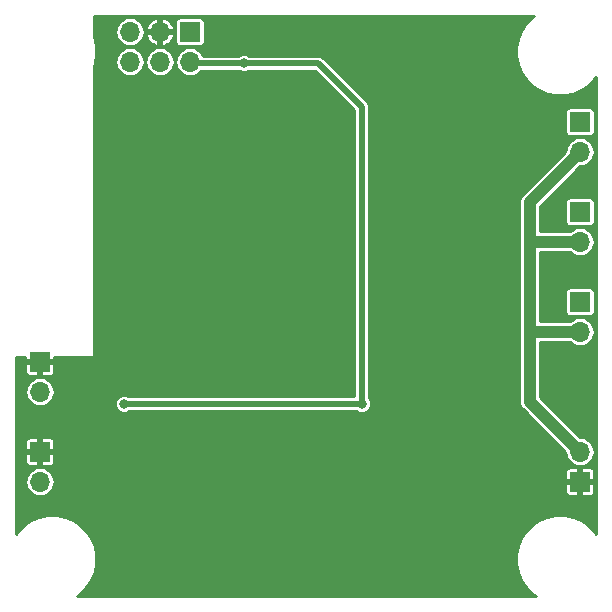
<source format=gbl>
G04 #@! TF.GenerationSoftware,KiCad,Pcbnew,5.0.0-rc3-unknown-eaf938c~65~ubuntu16.04.1*
G04 #@! TF.CreationDate,2018-07-22T11:01:41+02:00*
G04 #@! TF.ProjectId,reservoir_controller,7265736572766F69725F636F6E74726F,rev?*
G04 #@! TF.SameCoordinates,Original*
G04 #@! TF.FileFunction,Copper,L2,Bot,Signal*
G04 #@! TF.FilePolarity,Positive*
%FSLAX46Y46*%
G04 Gerber Fmt 4.6, Leading zero omitted, Abs format (unit mm)*
G04 Created by KiCad (PCBNEW 5.0.0-rc3-unknown-eaf938c~65~ubuntu16.04.1) date Sun Jul 22 11:01:41 2018*
%MOMM*%
%LPD*%
G01*
G04 APERTURE LIST*
G04 #@! TA.AperFunction,ViaPad*
%ADD10C,0.800000*%
G04 #@! TD*
G04 #@! TA.AperFunction,ComponentPad*
%ADD11O,1.700000X1.700000*%
G04 #@! TD*
G04 #@! TA.AperFunction,ComponentPad*
%ADD12R,1.700000X1.700000*%
G04 #@! TD*
G04 #@! TA.AperFunction,Conductor*
%ADD13C,1.000000*%
G04 #@! TD*
G04 #@! TA.AperFunction,Conductor*
%ADD14C,0.500000*%
G04 #@! TD*
G04 #@! TA.AperFunction,Conductor*
%ADD15C,0.254000*%
G04 #@! TD*
G04 APERTURE END LIST*
D10*
G04 #@! TO.N,GND*
G04 #@! TO.C,*
X1000000Y-34600000D03*
G04 #@! TD*
G04 #@! TO.N,GND*
G04 #@! TO.C,*
X15400000Y-34600000D03*
G04 #@! TD*
G04 #@! TO.N,GND*
G04 #@! TO.C,*
X10600000Y-34600000D03*
G04 #@! TD*
G04 #@! TO.N,GND*
G04 #@! TO.C,*
X20200000Y-34600000D03*
G04 #@! TD*
G04 #@! TO.N,GND*
G04 #@! TO.C,*
X25000000Y-34600000D03*
G04 #@! TD*
G04 #@! TO.N,GND*
G04 #@! TO.C,*
X34600000Y-39400000D03*
G04 #@! TD*
G04 #@! TO.N,GND*
G04 #@! TO.C,*
X39400000Y-39400000D03*
G04 #@! TD*
G04 #@! TO.N,GND*
G04 #@! TO.C,*
X39400000Y-44200000D03*
G04 #@! TD*
G04 #@! TO.N,GND*
G04 #@! TO.C,*
X39400000Y-49000000D03*
G04 #@! TD*
G04 #@! TO.N,GND*
G04 #@! TO.C,*
X34600000Y-49000000D03*
G04 #@! TD*
G04 #@! TO.N,GND*
G04 #@! TO.C,*
X29800000Y-49000000D03*
G04 #@! TD*
G04 #@! TO.N,GND*
G04 #@! TO.C,*
X25000000Y-49000000D03*
G04 #@! TD*
G04 #@! TO.N,GND*
G04 #@! TO.C,*
X20200000Y-49000000D03*
G04 #@! TD*
G04 #@! TO.N,GND*
G04 #@! TO.C,*
X15400000Y-49000000D03*
G04 #@! TD*
G04 #@! TO.N,GND*
G04 #@! TO.C,*
X10600000Y-49000000D03*
G04 #@! TD*
G04 #@! TO.N,GND*
G04 #@! TO.C,*
X10600000Y-44200000D03*
G04 #@! TD*
G04 #@! TO.N,GND*
G04 #@! TO.C,*
X25000000Y-39400000D03*
G04 #@! TD*
G04 #@! TO.N,GND*
G04 #@! TO.C,*
X20200000Y-39400000D03*
G04 #@! TD*
G04 #@! TO.N,GND*
G04 #@! TO.C,*
X10600000Y-39400000D03*
G04 #@! TD*
G04 #@! TO.N,GND*
G04 #@! TO.C,*
X1000000Y-39400000D03*
G04 #@! TD*
G04 #@! TO.N,GND*
G04 #@! TO.C,*
X49000000Y-29800000D03*
G04 #@! TD*
G04 #@! TO.N,GND*
G04 #@! TO.C,*
X25000000Y-29800000D03*
G04 #@! TD*
G04 #@! TO.N,GND*
G04 #@! TO.C,*
X20200000Y-29800000D03*
G04 #@! TD*
G04 #@! TO.N,GND*
G04 #@! TO.C,*
X1000000Y-29800000D03*
G04 #@! TD*
G04 #@! TO.N,GND*
G04 #@! TO.C,*
X25000000Y-25000000D03*
G04 #@! TD*
G04 #@! TO.N,GND*
G04 #@! TO.C,*
X34600000Y-20200000D03*
G04 #@! TD*
G04 #@! TO.N,GND*
G04 #@! TO.C,*
X20200000Y-20200000D03*
G04 #@! TD*
G04 #@! TO.N,GND*
G04 #@! TO.C,*
X15400000Y-20200000D03*
G04 #@! TD*
G04 #@! TO.N,GND*
G04 #@! TO.C,*
X10600000Y-20200000D03*
G04 #@! TD*
G04 #@! TO.N,GND*
G04 #@! TO.C,*
X34600000Y-15400000D03*
G04 #@! TD*
G04 #@! TO.N,GND*
G04 #@! TO.C,*
X20200000Y-15400000D03*
G04 #@! TD*
G04 #@! TO.N,GND*
G04 #@! TO.C,*
X15400000Y-15400000D03*
G04 #@! TD*
G04 #@! TO.N,GND*
G04 #@! TO.C,*
X10600000Y-15400000D03*
G04 #@! TD*
G04 #@! TO.N,GND*
G04 #@! TO.C,*
X34600000Y-10600000D03*
G04 #@! TD*
G04 #@! TO.N,GND*
G04 #@! TO.C,*
X20200000Y-10600000D03*
G04 #@! TD*
G04 #@! TO.N,GND*
G04 #@! TO.C,*
X15400000Y-10600000D03*
G04 #@! TD*
G04 #@! TO.N,GND*
G04 #@! TO.C,*
X10600000Y-10600000D03*
G04 #@! TD*
G04 #@! TO.N,GND*
G04 #@! TO.C,*
X34600000Y-5800000D03*
G04 #@! TD*
G04 #@! TO.N,GND*
G04 #@! TO.C,*
X25000000Y-5800000D03*
G04 #@! TD*
G04 #@! TO.N,GND*
G04 #@! TO.C,*
X20200000Y-5800000D03*
G04 #@! TD*
G04 #@! TO.N,GND*
G04 #@! TO.C,*
X34600000Y-1000000D03*
G04 #@! TD*
G04 #@! TO.N,GND*
G04 #@! TO.C,*
X25000000Y-1000000D03*
G04 #@! TD*
G04 #@! TO.N,GND*
G04 #@! TO.C,*
X20200000Y-1000000D03*
G04 #@! TD*
D11*
G04 #@! TO.P,J1,6*
G04 #@! TO.N,/ESP-12E/ESP_RXD*
X10096500Y-4318000D03*
G04 #@! TO.P,J1,5*
G04 #@! TO.N,/ESP-12E/ESP_TXD*
X10096500Y-1778000D03*
G04 #@! TO.P,J1,4*
G04 #@! TO.N,/ESP-12E/gpio0*
X12636500Y-4318000D03*
G04 #@! TO.P,J1,3*
G04 #@! TO.N,GND*
X12636500Y-1778000D03*
G04 #@! TO.P,J1,2*
G04 #@! TO.N,+3V3*
X15176500Y-4318000D03*
D12*
G04 #@! TO.P,J1,1*
G04 #@! TO.N,/ESP-12E/reset*
X15176500Y-1778000D03*
G04 #@! TD*
G04 #@! TO.P,J2,1*
G04 #@! TO.N,Net-(C1-Pad2)*
X48196500Y-24638000D03*
D11*
G04 #@! TO.P,J2,2*
G04 #@! TO.N,+12V*
X48196500Y-27178000D03*
G04 #@! TD*
G04 #@! TO.P,J4,2*
G04 #@! TO.N,+12V*
X48196500Y-19558000D03*
D12*
G04 #@! TO.P,J4,1*
G04 #@! TO.N,Net-(C2-Pad2)*
X48196500Y-17018000D03*
G04 #@! TD*
G04 #@! TO.P,J5,1*
G04 #@! TO.N,Net-(C3-Pad2)*
X48196500Y-9398000D03*
D11*
G04 #@! TO.P,J5,2*
G04 #@! TO.N,+12V*
X48196500Y-11938000D03*
G04 #@! TD*
D12*
G04 #@! TO.P,J7,1*
G04 #@! TO.N,GND*
X48196500Y-39878000D03*
D11*
G04 #@! TO.P,J7,2*
G04 #@! TO.N,+12V*
X48196500Y-37338000D03*
G04 #@! TD*
G04 #@! TO.P,J3,2*
G04 #@! TO.N,Net-(J3-Pad2)*
X2476500Y-39878000D03*
D12*
G04 #@! TO.P,J3,1*
G04 #@! TO.N,GND*
X2476500Y-37338000D03*
G04 #@! TD*
G04 #@! TO.P,J6,1*
G04 #@! TO.N,GND*
X2476500Y-29718000D03*
D11*
G04 #@! TO.P,J6,2*
G04 #@! TO.N,Net-(J6-Pad2)*
X2476500Y-32258000D03*
G04 #@! TD*
D10*
G04 #@! TO.N,+3V3*
X19748500Y-4445000D03*
X9588500Y-33274000D03*
X29718000Y-33274000D03*
G04 #@! TD*
D13*
G04 #@! TO.N,+12V*
X48196500Y-37338000D02*
X43942000Y-33083500D01*
X43942000Y-16192500D02*
X48196500Y-11938000D01*
X43942000Y-19558000D02*
X43942000Y-16192500D01*
X48196500Y-19558000D02*
X43942000Y-19558000D01*
X43942000Y-27178000D02*
X43942000Y-19558000D01*
X48196500Y-27178000D02*
X43942000Y-27178000D01*
X43942000Y-33083500D02*
X43942000Y-27178000D01*
D14*
G04 #@! TO.N,+3V3*
X15303500Y-4445000D02*
X15176500Y-4318000D01*
X19748500Y-4445000D02*
X15303500Y-4445000D01*
X26035000Y-4445000D02*
X19748500Y-4445000D01*
X29718000Y-8128000D02*
X26035000Y-4445000D01*
X10668000Y-33274000D02*
X9588500Y-33274000D01*
X29718000Y-33274000D02*
X10668000Y-33274000D01*
X29718000Y-33274000D02*
X29718000Y-8128000D01*
G04 #@! TD*
D15*
G04 #@! TO.N,GND*
G36*
X44142176Y-549050D02*
X43623050Y-1068176D01*
X43215176Y-1678604D01*
X42934227Y-2356874D01*
X42791000Y-3076923D01*
X42791000Y-3811077D01*
X42934227Y-4531126D01*
X43215176Y-5209396D01*
X43623050Y-5819824D01*
X44142176Y-6338950D01*
X44752604Y-6746824D01*
X45430874Y-7027773D01*
X46150923Y-7171000D01*
X46885077Y-7171000D01*
X47605126Y-7027773D01*
X48283396Y-6746824D01*
X48893824Y-6338950D01*
X49412950Y-5819824D01*
X49544000Y-5623693D01*
X49544001Y-44264308D01*
X49412950Y-44068176D01*
X48893824Y-43549050D01*
X48283396Y-43141176D01*
X47605126Y-42860227D01*
X46885077Y-42717000D01*
X46150923Y-42717000D01*
X45430874Y-42860227D01*
X44752604Y-43141176D01*
X44142176Y-43549050D01*
X43623050Y-44068176D01*
X43215176Y-44678604D01*
X42934227Y-45356874D01*
X42791000Y-46076923D01*
X42791000Y-46811077D01*
X42934227Y-47531126D01*
X43215176Y-48209396D01*
X43623050Y-48819824D01*
X44142176Y-49338950D01*
X44449056Y-49544000D01*
X5586944Y-49544000D01*
X5893824Y-49338950D01*
X6412950Y-48819824D01*
X6820824Y-48209396D01*
X7101773Y-47531126D01*
X7245000Y-46811077D01*
X7245000Y-46076923D01*
X7101773Y-45356874D01*
X6820824Y-44678604D01*
X6412950Y-44068176D01*
X5893824Y-43549050D01*
X5283396Y-43141176D01*
X4605126Y-42860227D01*
X3885077Y-42717000D01*
X3150923Y-42717000D01*
X2430874Y-42860227D01*
X1752604Y-43141176D01*
X1142176Y-43549050D01*
X623050Y-44068176D01*
X456000Y-44318185D01*
X456000Y-39878000D01*
X1239544Y-39878000D01*
X1263312Y-40119318D01*
X1333702Y-40351363D01*
X1448009Y-40565216D01*
X1601840Y-40752660D01*
X1789284Y-40906491D01*
X2003137Y-41020798D01*
X2235182Y-41091188D01*
X2416028Y-41109000D01*
X2536972Y-41109000D01*
X2717818Y-41091188D01*
X2949863Y-41020798D01*
X3163716Y-40906491D01*
X3351160Y-40752660D01*
X3504991Y-40565216D01*
X3619298Y-40351363D01*
X3689688Y-40119318D01*
X3691566Y-40100250D01*
X46965500Y-40100250D01*
X46965500Y-40765525D01*
X46980142Y-40839134D01*
X47008862Y-40908471D01*
X47050558Y-40970874D01*
X47103627Y-41023942D01*
X47166029Y-41065638D01*
X47235367Y-41094358D01*
X47308975Y-41109000D01*
X47974250Y-41109000D01*
X48069500Y-41013750D01*
X48069500Y-40005000D01*
X48323500Y-40005000D01*
X48323500Y-41013750D01*
X48418750Y-41109000D01*
X49084025Y-41109000D01*
X49157633Y-41094358D01*
X49226971Y-41065638D01*
X49289373Y-41023942D01*
X49342442Y-40970874D01*
X49384138Y-40908471D01*
X49412858Y-40839134D01*
X49427500Y-40765525D01*
X49427500Y-40100250D01*
X49332250Y-40005000D01*
X48323500Y-40005000D01*
X48069500Y-40005000D01*
X47060750Y-40005000D01*
X46965500Y-40100250D01*
X3691566Y-40100250D01*
X3713456Y-39878000D01*
X3689688Y-39636682D01*
X3619298Y-39404637D01*
X3504991Y-39190784D01*
X3351160Y-39003340D01*
X3335484Y-38990475D01*
X46965500Y-38990475D01*
X46965500Y-39655750D01*
X47060750Y-39751000D01*
X48069500Y-39751000D01*
X48069500Y-38742250D01*
X48323500Y-38742250D01*
X48323500Y-39751000D01*
X49332250Y-39751000D01*
X49427500Y-39655750D01*
X49427500Y-38990475D01*
X49412858Y-38916866D01*
X49384138Y-38847529D01*
X49342442Y-38785126D01*
X49289373Y-38732058D01*
X49226971Y-38690362D01*
X49157633Y-38661642D01*
X49084025Y-38647000D01*
X48418750Y-38647000D01*
X48323500Y-38742250D01*
X48069500Y-38742250D01*
X47974250Y-38647000D01*
X47308975Y-38647000D01*
X47235367Y-38661642D01*
X47166029Y-38690362D01*
X47103627Y-38732058D01*
X47050558Y-38785126D01*
X47008862Y-38847529D01*
X46980142Y-38916866D01*
X46965500Y-38990475D01*
X3335484Y-38990475D01*
X3163716Y-38849509D01*
X2949863Y-38735202D01*
X2717818Y-38664812D01*
X2536972Y-38647000D01*
X2416028Y-38647000D01*
X2235182Y-38664812D01*
X2003137Y-38735202D01*
X1789284Y-38849509D01*
X1601840Y-39003340D01*
X1448009Y-39190784D01*
X1333702Y-39404637D01*
X1263312Y-39636682D01*
X1239544Y-39878000D01*
X456000Y-39878000D01*
X456000Y-37560250D01*
X1245500Y-37560250D01*
X1245500Y-38225525D01*
X1260142Y-38299134D01*
X1288862Y-38368471D01*
X1330558Y-38430874D01*
X1383627Y-38483942D01*
X1446029Y-38525638D01*
X1515367Y-38554358D01*
X1588975Y-38569000D01*
X2254250Y-38569000D01*
X2349500Y-38473750D01*
X2349500Y-37465000D01*
X2603500Y-37465000D01*
X2603500Y-38473750D01*
X2698750Y-38569000D01*
X3364025Y-38569000D01*
X3437633Y-38554358D01*
X3506971Y-38525638D01*
X3569373Y-38483942D01*
X3622442Y-38430874D01*
X3664138Y-38368471D01*
X3692858Y-38299134D01*
X3707500Y-38225525D01*
X3707500Y-37560250D01*
X3612250Y-37465000D01*
X2603500Y-37465000D01*
X2349500Y-37465000D01*
X1340750Y-37465000D01*
X1245500Y-37560250D01*
X456000Y-37560250D01*
X456000Y-36450475D01*
X1245500Y-36450475D01*
X1245500Y-37115750D01*
X1340750Y-37211000D01*
X2349500Y-37211000D01*
X2349500Y-36202250D01*
X2603500Y-36202250D01*
X2603500Y-37211000D01*
X3612250Y-37211000D01*
X3707500Y-37115750D01*
X3707500Y-36450475D01*
X3692858Y-36376866D01*
X3664138Y-36307529D01*
X3622442Y-36245126D01*
X3569373Y-36192058D01*
X3506971Y-36150362D01*
X3437633Y-36121642D01*
X3364025Y-36107000D01*
X2698750Y-36107000D01*
X2603500Y-36202250D01*
X2349500Y-36202250D01*
X2254250Y-36107000D01*
X1588975Y-36107000D01*
X1515367Y-36121642D01*
X1446029Y-36150362D01*
X1383627Y-36192058D01*
X1330558Y-36245126D01*
X1288862Y-36307529D01*
X1260142Y-36376866D01*
X1245500Y-36450475D01*
X456000Y-36450475D01*
X456000Y-32258000D01*
X1239544Y-32258000D01*
X1263312Y-32499318D01*
X1333702Y-32731363D01*
X1448009Y-32945216D01*
X1601840Y-33132660D01*
X1789284Y-33286491D01*
X2003137Y-33400798D01*
X2235182Y-33471188D01*
X2416028Y-33489000D01*
X2536972Y-33489000D01*
X2717818Y-33471188D01*
X2949863Y-33400798D01*
X3163716Y-33286491D01*
X3272666Y-33197078D01*
X8807500Y-33197078D01*
X8807500Y-33350922D01*
X8837513Y-33501809D01*
X8896387Y-33643942D01*
X8981858Y-33771859D01*
X9090641Y-33880642D01*
X9218558Y-33966113D01*
X9360691Y-34024987D01*
X9511578Y-34055000D01*
X9665422Y-34055000D01*
X9816309Y-34024987D01*
X9958442Y-33966113D01*
X10049905Y-33905000D01*
X29256595Y-33905000D01*
X29348058Y-33966113D01*
X29490191Y-34024987D01*
X29641078Y-34055000D01*
X29794922Y-34055000D01*
X29945809Y-34024987D01*
X30087942Y-33966113D01*
X30215859Y-33880642D01*
X30324642Y-33771859D01*
X30410113Y-33643942D01*
X30468987Y-33501809D01*
X30499000Y-33350922D01*
X30499000Y-33197078D01*
X30468987Y-33046191D01*
X30410113Y-32904058D01*
X30349000Y-32812595D01*
X30349000Y-16192500D01*
X43056738Y-16192500D01*
X43061001Y-16235780D01*
X43061000Y-19514727D01*
X43056738Y-19558000D01*
X43061001Y-19601283D01*
X43061000Y-27134727D01*
X43056738Y-27178000D01*
X43061001Y-27221283D01*
X43061000Y-33040230D01*
X43056738Y-33083500D01*
X43061000Y-33126770D01*
X43061000Y-33126772D01*
X43073748Y-33256205D01*
X43116670Y-33397697D01*
X43124125Y-33422274D01*
X43205932Y-33575325D01*
X43243021Y-33620517D01*
X43316025Y-33709475D01*
X43349645Y-33737066D01*
X46960524Y-37347945D01*
X46983312Y-37579318D01*
X47053702Y-37811363D01*
X47168009Y-38025216D01*
X47321840Y-38212660D01*
X47509284Y-38366491D01*
X47723137Y-38480798D01*
X47955182Y-38551188D01*
X48136028Y-38569000D01*
X48256972Y-38569000D01*
X48437818Y-38551188D01*
X48669863Y-38480798D01*
X48883716Y-38366491D01*
X49071160Y-38212660D01*
X49224991Y-38025216D01*
X49339298Y-37811363D01*
X49409688Y-37579318D01*
X49433456Y-37338000D01*
X49409688Y-37096682D01*
X49339298Y-36864637D01*
X49224991Y-36650784D01*
X49071160Y-36463340D01*
X48883716Y-36309509D01*
X48669863Y-36195202D01*
X48437818Y-36124812D01*
X48256972Y-36107000D01*
X48211422Y-36107000D01*
X44823000Y-32718579D01*
X44823000Y-28059000D01*
X47329565Y-28059000D01*
X47509284Y-28206491D01*
X47723137Y-28320798D01*
X47955182Y-28391188D01*
X48136028Y-28409000D01*
X48256972Y-28409000D01*
X48437818Y-28391188D01*
X48669863Y-28320798D01*
X48883716Y-28206491D01*
X49071160Y-28052660D01*
X49224991Y-27865216D01*
X49339298Y-27651363D01*
X49409688Y-27419318D01*
X49433456Y-27178000D01*
X49409688Y-26936682D01*
X49339298Y-26704637D01*
X49224991Y-26490784D01*
X49071160Y-26303340D01*
X48883716Y-26149509D01*
X48669863Y-26035202D01*
X48437818Y-25964812D01*
X48256972Y-25947000D01*
X48136028Y-25947000D01*
X47955182Y-25964812D01*
X47723137Y-26035202D01*
X47509284Y-26149509D01*
X47329565Y-26297000D01*
X44823000Y-26297000D01*
X44823000Y-23788000D01*
X46963657Y-23788000D01*
X46963657Y-25488000D01*
X46971013Y-25562689D01*
X46992799Y-25634508D01*
X47028178Y-25700696D01*
X47075789Y-25758711D01*
X47133804Y-25806322D01*
X47199992Y-25841701D01*
X47271811Y-25863487D01*
X47346500Y-25870843D01*
X49046500Y-25870843D01*
X49121189Y-25863487D01*
X49193008Y-25841701D01*
X49259196Y-25806322D01*
X49317211Y-25758711D01*
X49364822Y-25700696D01*
X49400201Y-25634508D01*
X49421987Y-25562689D01*
X49429343Y-25488000D01*
X49429343Y-23788000D01*
X49421987Y-23713311D01*
X49400201Y-23641492D01*
X49364822Y-23575304D01*
X49317211Y-23517289D01*
X49259196Y-23469678D01*
X49193008Y-23434299D01*
X49121189Y-23412513D01*
X49046500Y-23405157D01*
X47346500Y-23405157D01*
X47271811Y-23412513D01*
X47199992Y-23434299D01*
X47133804Y-23469678D01*
X47075789Y-23517289D01*
X47028178Y-23575304D01*
X46992799Y-23641492D01*
X46971013Y-23713311D01*
X46963657Y-23788000D01*
X44823000Y-23788000D01*
X44823000Y-20439000D01*
X47329565Y-20439000D01*
X47509284Y-20586491D01*
X47723137Y-20700798D01*
X47955182Y-20771188D01*
X48136028Y-20789000D01*
X48256972Y-20789000D01*
X48437818Y-20771188D01*
X48669863Y-20700798D01*
X48883716Y-20586491D01*
X49071160Y-20432660D01*
X49224991Y-20245216D01*
X49339298Y-20031363D01*
X49409688Y-19799318D01*
X49433456Y-19558000D01*
X49409688Y-19316682D01*
X49339298Y-19084637D01*
X49224991Y-18870784D01*
X49071160Y-18683340D01*
X48883716Y-18529509D01*
X48669863Y-18415202D01*
X48437818Y-18344812D01*
X48256972Y-18327000D01*
X48136028Y-18327000D01*
X47955182Y-18344812D01*
X47723137Y-18415202D01*
X47509284Y-18529509D01*
X47329565Y-18677000D01*
X44823000Y-18677000D01*
X44823000Y-16557421D01*
X45212421Y-16168000D01*
X46963657Y-16168000D01*
X46963657Y-17868000D01*
X46971013Y-17942689D01*
X46992799Y-18014508D01*
X47028178Y-18080696D01*
X47075789Y-18138711D01*
X47133804Y-18186322D01*
X47199992Y-18221701D01*
X47271811Y-18243487D01*
X47346500Y-18250843D01*
X49046500Y-18250843D01*
X49121189Y-18243487D01*
X49193008Y-18221701D01*
X49259196Y-18186322D01*
X49317211Y-18138711D01*
X49364822Y-18080696D01*
X49400201Y-18014508D01*
X49421987Y-17942689D01*
X49429343Y-17868000D01*
X49429343Y-16168000D01*
X49421987Y-16093311D01*
X49400201Y-16021492D01*
X49364822Y-15955304D01*
X49317211Y-15897289D01*
X49259196Y-15849678D01*
X49193008Y-15814299D01*
X49121189Y-15792513D01*
X49046500Y-15785157D01*
X47346500Y-15785157D01*
X47271811Y-15792513D01*
X47199992Y-15814299D01*
X47133804Y-15849678D01*
X47075789Y-15897289D01*
X47028178Y-15955304D01*
X46992799Y-16021492D01*
X46971013Y-16093311D01*
X46963657Y-16168000D01*
X45212421Y-16168000D01*
X48211422Y-13169000D01*
X48256972Y-13169000D01*
X48437818Y-13151188D01*
X48669863Y-13080798D01*
X48883716Y-12966491D01*
X49071160Y-12812660D01*
X49224991Y-12625216D01*
X49339298Y-12411363D01*
X49409688Y-12179318D01*
X49433456Y-11938000D01*
X49409688Y-11696682D01*
X49339298Y-11464637D01*
X49224991Y-11250784D01*
X49071160Y-11063340D01*
X48883716Y-10909509D01*
X48669863Y-10795202D01*
X48437818Y-10724812D01*
X48256972Y-10707000D01*
X48136028Y-10707000D01*
X47955182Y-10724812D01*
X47723137Y-10795202D01*
X47509284Y-10909509D01*
X47321840Y-11063340D01*
X47168009Y-11250784D01*
X47053702Y-11464637D01*
X46983312Y-11696682D01*
X46960524Y-11928055D01*
X43349640Y-15538939D01*
X43316026Y-15566525D01*
X43288441Y-15600138D01*
X43205932Y-15700675D01*
X43124125Y-15853726D01*
X43073749Y-16019795D01*
X43056738Y-16192500D01*
X30349000Y-16192500D01*
X30349000Y-8548000D01*
X46963657Y-8548000D01*
X46963657Y-10248000D01*
X46971013Y-10322689D01*
X46992799Y-10394508D01*
X47028178Y-10460696D01*
X47075789Y-10518711D01*
X47133804Y-10566322D01*
X47199992Y-10601701D01*
X47271811Y-10623487D01*
X47346500Y-10630843D01*
X49046500Y-10630843D01*
X49121189Y-10623487D01*
X49193008Y-10601701D01*
X49259196Y-10566322D01*
X49317211Y-10518711D01*
X49364822Y-10460696D01*
X49400201Y-10394508D01*
X49421987Y-10322689D01*
X49429343Y-10248000D01*
X49429343Y-8548000D01*
X49421987Y-8473311D01*
X49400201Y-8401492D01*
X49364822Y-8335304D01*
X49317211Y-8277289D01*
X49259196Y-8229678D01*
X49193008Y-8194299D01*
X49121189Y-8172513D01*
X49046500Y-8165157D01*
X47346500Y-8165157D01*
X47271811Y-8172513D01*
X47199992Y-8194299D01*
X47133804Y-8229678D01*
X47075789Y-8277289D01*
X47028178Y-8335304D01*
X46992799Y-8401492D01*
X46971013Y-8473311D01*
X46963657Y-8548000D01*
X30349000Y-8548000D01*
X30349000Y-8158998D01*
X30352053Y-8128000D01*
X30339870Y-8004302D01*
X30303789Y-7885358D01*
X30245196Y-7775739D01*
X30186103Y-7703734D01*
X30186101Y-7703732D01*
X30166343Y-7679657D01*
X30142268Y-7659899D01*
X26503103Y-4020735D01*
X26483343Y-3996657D01*
X26387261Y-3917804D01*
X26277642Y-3859211D01*
X26158698Y-3823130D01*
X26065998Y-3814000D01*
X26065990Y-3814000D01*
X26035000Y-3810948D01*
X26004010Y-3814000D01*
X20209905Y-3814000D01*
X20118442Y-3752887D01*
X19976309Y-3694013D01*
X19825422Y-3664000D01*
X19671578Y-3664000D01*
X19520691Y-3694013D01*
X19378558Y-3752887D01*
X19287095Y-3814000D01*
X16302922Y-3814000D01*
X16204991Y-3630784D01*
X16051160Y-3443340D01*
X15863716Y-3289509D01*
X15649863Y-3175202D01*
X15417818Y-3104812D01*
X15236972Y-3087000D01*
X15116028Y-3087000D01*
X14935182Y-3104812D01*
X14703137Y-3175202D01*
X14489284Y-3289509D01*
X14301840Y-3443340D01*
X14148009Y-3630784D01*
X14033702Y-3844637D01*
X13963312Y-4076682D01*
X13939544Y-4318000D01*
X13963312Y-4559318D01*
X14033702Y-4791363D01*
X14148009Y-5005216D01*
X14301840Y-5192660D01*
X14489284Y-5346491D01*
X14703137Y-5460798D01*
X14935182Y-5531188D01*
X15116028Y-5549000D01*
X15236972Y-5549000D01*
X15417818Y-5531188D01*
X15649863Y-5460798D01*
X15863716Y-5346491D01*
X16051160Y-5192660D01*
X16146900Y-5076000D01*
X19287095Y-5076000D01*
X19378558Y-5137113D01*
X19520691Y-5195987D01*
X19671578Y-5226000D01*
X19825422Y-5226000D01*
X19976309Y-5195987D01*
X20118442Y-5137113D01*
X20209905Y-5076000D01*
X25773632Y-5076000D01*
X29087001Y-8389370D01*
X29087000Y-32643000D01*
X10049905Y-32643000D01*
X9958442Y-32581887D01*
X9816309Y-32523013D01*
X9665422Y-32493000D01*
X9511578Y-32493000D01*
X9360691Y-32523013D01*
X9218558Y-32581887D01*
X9090641Y-32667358D01*
X8981858Y-32776141D01*
X8896387Y-32904058D01*
X8837513Y-33046191D01*
X8807500Y-33197078D01*
X3272666Y-33197078D01*
X3351160Y-33132660D01*
X3504991Y-32945216D01*
X3619298Y-32731363D01*
X3689688Y-32499318D01*
X3713456Y-32258000D01*
X3689688Y-32016682D01*
X3619298Y-31784637D01*
X3504991Y-31570784D01*
X3351160Y-31383340D01*
X3163716Y-31229509D01*
X2949863Y-31115202D01*
X2717818Y-31044812D01*
X2536972Y-31027000D01*
X2416028Y-31027000D01*
X2235182Y-31044812D01*
X2003137Y-31115202D01*
X1789284Y-31229509D01*
X1601840Y-31383340D01*
X1448009Y-31570784D01*
X1333702Y-31784637D01*
X1263312Y-32016682D01*
X1239544Y-32258000D01*
X456000Y-32258000D01*
X456000Y-29940250D01*
X1245500Y-29940250D01*
X1245500Y-30605525D01*
X1260142Y-30679134D01*
X1288862Y-30748471D01*
X1330558Y-30810874D01*
X1383627Y-30863942D01*
X1446029Y-30905638D01*
X1515367Y-30934358D01*
X1588975Y-30949000D01*
X2254250Y-30949000D01*
X2349500Y-30853750D01*
X2349500Y-29845000D01*
X2603500Y-29845000D01*
X2603500Y-30853750D01*
X2698750Y-30949000D01*
X3364025Y-30949000D01*
X3437633Y-30934358D01*
X3506971Y-30905638D01*
X3569373Y-30863942D01*
X3622442Y-30810874D01*
X3664138Y-30748471D01*
X3692858Y-30679134D01*
X3707500Y-30605525D01*
X3707500Y-29940250D01*
X3612250Y-29845000D01*
X2603500Y-29845000D01*
X2349500Y-29845000D01*
X1340750Y-29845000D01*
X1245500Y-29940250D01*
X456000Y-29940250D01*
X456000Y-29337000D01*
X1245500Y-29337000D01*
X1245500Y-29495750D01*
X1340750Y-29591000D01*
X2349500Y-29591000D01*
X2349500Y-29571000D01*
X2603500Y-29571000D01*
X2603500Y-29591000D01*
X3612250Y-29591000D01*
X3707500Y-29495750D01*
X3707500Y-29337000D01*
X6921500Y-29337000D01*
X6970101Y-29327333D01*
X7011303Y-29299803D01*
X7038833Y-29258601D01*
X7048500Y-29210000D01*
X7048500Y-4659738D01*
X7101773Y-4531126D01*
X7144166Y-4318000D01*
X8859544Y-4318000D01*
X8883312Y-4559318D01*
X8953702Y-4791363D01*
X9068009Y-5005216D01*
X9221840Y-5192660D01*
X9409284Y-5346491D01*
X9623137Y-5460798D01*
X9855182Y-5531188D01*
X10036028Y-5549000D01*
X10156972Y-5549000D01*
X10337818Y-5531188D01*
X10569863Y-5460798D01*
X10783716Y-5346491D01*
X10971160Y-5192660D01*
X11124991Y-5005216D01*
X11239298Y-4791363D01*
X11309688Y-4559318D01*
X11333456Y-4318000D01*
X11399544Y-4318000D01*
X11423312Y-4559318D01*
X11493702Y-4791363D01*
X11608009Y-5005216D01*
X11761840Y-5192660D01*
X11949284Y-5346491D01*
X12163137Y-5460798D01*
X12395182Y-5531188D01*
X12576028Y-5549000D01*
X12696972Y-5549000D01*
X12877818Y-5531188D01*
X13109863Y-5460798D01*
X13323716Y-5346491D01*
X13511160Y-5192660D01*
X13664991Y-5005216D01*
X13779298Y-4791363D01*
X13849688Y-4559318D01*
X13873456Y-4318000D01*
X13849688Y-4076682D01*
X13779298Y-3844637D01*
X13664991Y-3630784D01*
X13511160Y-3443340D01*
X13323716Y-3289509D01*
X13109863Y-3175202D01*
X12877818Y-3104812D01*
X12696972Y-3087000D01*
X12576028Y-3087000D01*
X12395182Y-3104812D01*
X12163137Y-3175202D01*
X11949284Y-3289509D01*
X11761840Y-3443340D01*
X11608009Y-3630784D01*
X11493702Y-3844637D01*
X11423312Y-4076682D01*
X11399544Y-4318000D01*
X11333456Y-4318000D01*
X11309688Y-4076682D01*
X11239298Y-3844637D01*
X11124991Y-3630784D01*
X10971160Y-3443340D01*
X10783716Y-3289509D01*
X10569863Y-3175202D01*
X10337818Y-3104812D01*
X10156972Y-3087000D01*
X10036028Y-3087000D01*
X9855182Y-3104812D01*
X9623137Y-3175202D01*
X9409284Y-3289509D01*
X9221840Y-3443340D01*
X9068009Y-3630784D01*
X8953702Y-3844637D01*
X8883312Y-4076682D01*
X8859544Y-4318000D01*
X7144166Y-4318000D01*
X7245000Y-3811077D01*
X7245000Y-3076923D01*
X7101773Y-2356874D01*
X7048500Y-2228262D01*
X7048500Y-1778000D01*
X8859544Y-1778000D01*
X8883312Y-2019318D01*
X8953702Y-2251363D01*
X9068009Y-2465216D01*
X9221840Y-2652660D01*
X9409284Y-2806491D01*
X9623137Y-2920798D01*
X9855182Y-2991188D01*
X10036028Y-3009000D01*
X10156972Y-3009000D01*
X10337818Y-2991188D01*
X10569863Y-2920798D01*
X10783716Y-2806491D01*
X10971160Y-2652660D01*
X11124991Y-2465216D01*
X11239298Y-2251363D01*
X11286735Y-2094981D01*
X11447005Y-2094981D01*
X11531701Y-2320949D01*
X11658853Y-2526052D01*
X11823576Y-2702408D01*
X12019539Y-2843239D01*
X12239212Y-2943134D01*
X12319520Y-2967489D01*
X12509500Y-2906627D01*
X12509500Y-1905000D01*
X12763500Y-1905000D01*
X12763500Y-2906627D01*
X12953480Y-2967489D01*
X13033788Y-2943134D01*
X13253461Y-2843239D01*
X13449424Y-2702408D01*
X13614147Y-2526052D01*
X13741299Y-2320949D01*
X13825995Y-2094981D01*
X13765687Y-1905000D01*
X12763500Y-1905000D01*
X12509500Y-1905000D01*
X11507313Y-1905000D01*
X11447005Y-2094981D01*
X11286735Y-2094981D01*
X11309688Y-2019318D01*
X11333456Y-1778000D01*
X11309688Y-1536682D01*
X11286736Y-1461019D01*
X11447005Y-1461019D01*
X11507313Y-1651000D01*
X12509500Y-1651000D01*
X12509500Y-649373D01*
X12763500Y-649373D01*
X12763500Y-1651000D01*
X13765687Y-1651000D01*
X13825995Y-1461019D01*
X13741299Y-1235051D01*
X13614147Y-1029948D01*
X13518924Y-928000D01*
X13943657Y-928000D01*
X13943657Y-2628000D01*
X13951013Y-2702689D01*
X13972799Y-2774508D01*
X14008178Y-2840696D01*
X14055789Y-2898711D01*
X14113804Y-2946322D01*
X14179992Y-2981701D01*
X14251811Y-3003487D01*
X14326500Y-3010843D01*
X16026500Y-3010843D01*
X16101189Y-3003487D01*
X16173008Y-2981701D01*
X16239196Y-2946322D01*
X16297211Y-2898711D01*
X16344822Y-2840696D01*
X16380201Y-2774508D01*
X16401987Y-2702689D01*
X16409343Y-2628000D01*
X16409343Y-928000D01*
X16401987Y-853311D01*
X16380201Y-781492D01*
X16344822Y-715304D01*
X16297211Y-657289D01*
X16239196Y-609678D01*
X16173008Y-574299D01*
X16101189Y-552513D01*
X16026500Y-545157D01*
X14326500Y-545157D01*
X14251811Y-552513D01*
X14179992Y-574299D01*
X14113804Y-609678D01*
X14055789Y-657289D01*
X14008178Y-715304D01*
X13972799Y-781492D01*
X13951013Y-853311D01*
X13943657Y-928000D01*
X13518924Y-928000D01*
X13449424Y-853592D01*
X13253461Y-712761D01*
X13033788Y-612866D01*
X12953480Y-588511D01*
X12763500Y-649373D01*
X12509500Y-649373D01*
X12319520Y-588511D01*
X12239212Y-612866D01*
X12019539Y-712761D01*
X11823576Y-853592D01*
X11658853Y-1029948D01*
X11531701Y-1235051D01*
X11447005Y-1461019D01*
X11286736Y-1461019D01*
X11239298Y-1304637D01*
X11124991Y-1090784D01*
X10971160Y-903340D01*
X10783716Y-749509D01*
X10569863Y-635202D01*
X10337818Y-564812D01*
X10156972Y-547000D01*
X10036028Y-547000D01*
X9855182Y-564812D01*
X9623137Y-635202D01*
X9409284Y-749509D01*
X9221840Y-903340D01*
X9068009Y-1090784D01*
X8953702Y-1304637D01*
X8883312Y-1536682D01*
X8859544Y-1778000D01*
X7048500Y-1778000D01*
X7048500Y-456000D01*
X44281435Y-456000D01*
X44142176Y-549050D01*
X44142176Y-549050D01*
G37*
X44142176Y-549050D02*
X43623050Y-1068176D01*
X43215176Y-1678604D01*
X42934227Y-2356874D01*
X42791000Y-3076923D01*
X42791000Y-3811077D01*
X42934227Y-4531126D01*
X43215176Y-5209396D01*
X43623050Y-5819824D01*
X44142176Y-6338950D01*
X44752604Y-6746824D01*
X45430874Y-7027773D01*
X46150923Y-7171000D01*
X46885077Y-7171000D01*
X47605126Y-7027773D01*
X48283396Y-6746824D01*
X48893824Y-6338950D01*
X49412950Y-5819824D01*
X49544000Y-5623693D01*
X49544001Y-44264308D01*
X49412950Y-44068176D01*
X48893824Y-43549050D01*
X48283396Y-43141176D01*
X47605126Y-42860227D01*
X46885077Y-42717000D01*
X46150923Y-42717000D01*
X45430874Y-42860227D01*
X44752604Y-43141176D01*
X44142176Y-43549050D01*
X43623050Y-44068176D01*
X43215176Y-44678604D01*
X42934227Y-45356874D01*
X42791000Y-46076923D01*
X42791000Y-46811077D01*
X42934227Y-47531126D01*
X43215176Y-48209396D01*
X43623050Y-48819824D01*
X44142176Y-49338950D01*
X44449056Y-49544000D01*
X5586944Y-49544000D01*
X5893824Y-49338950D01*
X6412950Y-48819824D01*
X6820824Y-48209396D01*
X7101773Y-47531126D01*
X7245000Y-46811077D01*
X7245000Y-46076923D01*
X7101773Y-45356874D01*
X6820824Y-44678604D01*
X6412950Y-44068176D01*
X5893824Y-43549050D01*
X5283396Y-43141176D01*
X4605126Y-42860227D01*
X3885077Y-42717000D01*
X3150923Y-42717000D01*
X2430874Y-42860227D01*
X1752604Y-43141176D01*
X1142176Y-43549050D01*
X623050Y-44068176D01*
X456000Y-44318185D01*
X456000Y-39878000D01*
X1239544Y-39878000D01*
X1263312Y-40119318D01*
X1333702Y-40351363D01*
X1448009Y-40565216D01*
X1601840Y-40752660D01*
X1789284Y-40906491D01*
X2003137Y-41020798D01*
X2235182Y-41091188D01*
X2416028Y-41109000D01*
X2536972Y-41109000D01*
X2717818Y-41091188D01*
X2949863Y-41020798D01*
X3163716Y-40906491D01*
X3351160Y-40752660D01*
X3504991Y-40565216D01*
X3619298Y-40351363D01*
X3689688Y-40119318D01*
X3691566Y-40100250D01*
X46965500Y-40100250D01*
X46965500Y-40765525D01*
X46980142Y-40839134D01*
X47008862Y-40908471D01*
X47050558Y-40970874D01*
X47103627Y-41023942D01*
X47166029Y-41065638D01*
X47235367Y-41094358D01*
X47308975Y-41109000D01*
X47974250Y-41109000D01*
X48069500Y-41013750D01*
X48069500Y-40005000D01*
X48323500Y-40005000D01*
X48323500Y-41013750D01*
X48418750Y-41109000D01*
X49084025Y-41109000D01*
X49157633Y-41094358D01*
X49226971Y-41065638D01*
X49289373Y-41023942D01*
X49342442Y-40970874D01*
X49384138Y-40908471D01*
X49412858Y-40839134D01*
X49427500Y-40765525D01*
X49427500Y-40100250D01*
X49332250Y-40005000D01*
X48323500Y-40005000D01*
X48069500Y-40005000D01*
X47060750Y-40005000D01*
X46965500Y-40100250D01*
X3691566Y-40100250D01*
X3713456Y-39878000D01*
X3689688Y-39636682D01*
X3619298Y-39404637D01*
X3504991Y-39190784D01*
X3351160Y-39003340D01*
X3335484Y-38990475D01*
X46965500Y-38990475D01*
X46965500Y-39655750D01*
X47060750Y-39751000D01*
X48069500Y-39751000D01*
X48069500Y-38742250D01*
X48323500Y-38742250D01*
X48323500Y-39751000D01*
X49332250Y-39751000D01*
X49427500Y-39655750D01*
X49427500Y-38990475D01*
X49412858Y-38916866D01*
X49384138Y-38847529D01*
X49342442Y-38785126D01*
X49289373Y-38732058D01*
X49226971Y-38690362D01*
X49157633Y-38661642D01*
X49084025Y-38647000D01*
X48418750Y-38647000D01*
X48323500Y-38742250D01*
X48069500Y-38742250D01*
X47974250Y-38647000D01*
X47308975Y-38647000D01*
X47235367Y-38661642D01*
X47166029Y-38690362D01*
X47103627Y-38732058D01*
X47050558Y-38785126D01*
X47008862Y-38847529D01*
X46980142Y-38916866D01*
X46965500Y-38990475D01*
X3335484Y-38990475D01*
X3163716Y-38849509D01*
X2949863Y-38735202D01*
X2717818Y-38664812D01*
X2536972Y-38647000D01*
X2416028Y-38647000D01*
X2235182Y-38664812D01*
X2003137Y-38735202D01*
X1789284Y-38849509D01*
X1601840Y-39003340D01*
X1448009Y-39190784D01*
X1333702Y-39404637D01*
X1263312Y-39636682D01*
X1239544Y-39878000D01*
X456000Y-39878000D01*
X456000Y-37560250D01*
X1245500Y-37560250D01*
X1245500Y-38225525D01*
X1260142Y-38299134D01*
X1288862Y-38368471D01*
X1330558Y-38430874D01*
X1383627Y-38483942D01*
X1446029Y-38525638D01*
X1515367Y-38554358D01*
X1588975Y-38569000D01*
X2254250Y-38569000D01*
X2349500Y-38473750D01*
X2349500Y-37465000D01*
X2603500Y-37465000D01*
X2603500Y-38473750D01*
X2698750Y-38569000D01*
X3364025Y-38569000D01*
X3437633Y-38554358D01*
X3506971Y-38525638D01*
X3569373Y-38483942D01*
X3622442Y-38430874D01*
X3664138Y-38368471D01*
X3692858Y-38299134D01*
X3707500Y-38225525D01*
X3707500Y-37560250D01*
X3612250Y-37465000D01*
X2603500Y-37465000D01*
X2349500Y-37465000D01*
X1340750Y-37465000D01*
X1245500Y-37560250D01*
X456000Y-37560250D01*
X456000Y-36450475D01*
X1245500Y-36450475D01*
X1245500Y-37115750D01*
X1340750Y-37211000D01*
X2349500Y-37211000D01*
X2349500Y-36202250D01*
X2603500Y-36202250D01*
X2603500Y-37211000D01*
X3612250Y-37211000D01*
X3707500Y-37115750D01*
X3707500Y-36450475D01*
X3692858Y-36376866D01*
X3664138Y-36307529D01*
X3622442Y-36245126D01*
X3569373Y-36192058D01*
X3506971Y-36150362D01*
X3437633Y-36121642D01*
X3364025Y-36107000D01*
X2698750Y-36107000D01*
X2603500Y-36202250D01*
X2349500Y-36202250D01*
X2254250Y-36107000D01*
X1588975Y-36107000D01*
X1515367Y-36121642D01*
X1446029Y-36150362D01*
X1383627Y-36192058D01*
X1330558Y-36245126D01*
X1288862Y-36307529D01*
X1260142Y-36376866D01*
X1245500Y-36450475D01*
X456000Y-36450475D01*
X456000Y-32258000D01*
X1239544Y-32258000D01*
X1263312Y-32499318D01*
X1333702Y-32731363D01*
X1448009Y-32945216D01*
X1601840Y-33132660D01*
X1789284Y-33286491D01*
X2003137Y-33400798D01*
X2235182Y-33471188D01*
X2416028Y-33489000D01*
X2536972Y-33489000D01*
X2717818Y-33471188D01*
X2949863Y-33400798D01*
X3163716Y-33286491D01*
X3272666Y-33197078D01*
X8807500Y-33197078D01*
X8807500Y-33350922D01*
X8837513Y-33501809D01*
X8896387Y-33643942D01*
X8981858Y-33771859D01*
X9090641Y-33880642D01*
X9218558Y-33966113D01*
X9360691Y-34024987D01*
X9511578Y-34055000D01*
X9665422Y-34055000D01*
X9816309Y-34024987D01*
X9958442Y-33966113D01*
X10049905Y-33905000D01*
X29256595Y-33905000D01*
X29348058Y-33966113D01*
X29490191Y-34024987D01*
X29641078Y-34055000D01*
X29794922Y-34055000D01*
X29945809Y-34024987D01*
X30087942Y-33966113D01*
X30215859Y-33880642D01*
X30324642Y-33771859D01*
X30410113Y-33643942D01*
X30468987Y-33501809D01*
X30499000Y-33350922D01*
X30499000Y-33197078D01*
X30468987Y-33046191D01*
X30410113Y-32904058D01*
X30349000Y-32812595D01*
X30349000Y-16192500D01*
X43056738Y-16192500D01*
X43061001Y-16235780D01*
X43061000Y-19514727D01*
X43056738Y-19558000D01*
X43061001Y-19601283D01*
X43061000Y-27134727D01*
X43056738Y-27178000D01*
X43061001Y-27221283D01*
X43061000Y-33040230D01*
X43056738Y-33083500D01*
X43061000Y-33126770D01*
X43061000Y-33126772D01*
X43073748Y-33256205D01*
X43116670Y-33397697D01*
X43124125Y-33422274D01*
X43205932Y-33575325D01*
X43243021Y-33620517D01*
X43316025Y-33709475D01*
X43349645Y-33737066D01*
X46960524Y-37347945D01*
X46983312Y-37579318D01*
X47053702Y-37811363D01*
X47168009Y-38025216D01*
X47321840Y-38212660D01*
X47509284Y-38366491D01*
X47723137Y-38480798D01*
X47955182Y-38551188D01*
X48136028Y-38569000D01*
X48256972Y-38569000D01*
X48437818Y-38551188D01*
X48669863Y-38480798D01*
X48883716Y-38366491D01*
X49071160Y-38212660D01*
X49224991Y-38025216D01*
X49339298Y-37811363D01*
X49409688Y-37579318D01*
X49433456Y-37338000D01*
X49409688Y-37096682D01*
X49339298Y-36864637D01*
X49224991Y-36650784D01*
X49071160Y-36463340D01*
X48883716Y-36309509D01*
X48669863Y-36195202D01*
X48437818Y-36124812D01*
X48256972Y-36107000D01*
X48211422Y-36107000D01*
X44823000Y-32718579D01*
X44823000Y-28059000D01*
X47329565Y-28059000D01*
X47509284Y-28206491D01*
X47723137Y-28320798D01*
X47955182Y-28391188D01*
X48136028Y-28409000D01*
X48256972Y-28409000D01*
X48437818Y-28391188D01*
X48669863Y-28320798D01*
X48883716Y-28206491D01*
X49071160Y-28052660D01*
X49224991Y-27865216D01*
X49339298Y-27651363D01*
X49409688Y-27419318D01*
X49433456Y-27178000D01*
X49409688Y-26936682D01*
X49339298Y-26704637D01*
X49224991Y-26490784D01*
X49071160Y-26303340D01*
X48883716Y-26149509D01*
X48669863Y-26035202D01*
X48437818Y-25964812D01*
X48256972Y-25947000D01*
X48136028Y-25947000D01*
X47955182Y-25964812D01*
X47723137Y-26035202D01*
X47509284Y-26149509D01*
X47329565Y-26297000D01*
X44823000Y-26297000D01*
X44823000Y-23788000D01*
X46963657Y-23788000D01*
X46963657Y-25488000D01*
X46971013Y-25562689D01*
X46992799Y-25634508D01*
X47028178Y-25700696D01*
X47075789Y-25758711D01*
X47133804Y-25806322D01*
X47199992Y-25841701D01*
X47271811Y-25863487D01*
X47346500Y-25870843D01*
X49046500Y-25870843D01*
X49121189Y-25863487D01*
X49193008Y-25841701D01*
X49259196Y-25806322D01*
X49317211Y-25758711D01*
X49364822Y-25700696D01*
X49400201Y-25634508D01*
X49421987Y-25562689D01*
X49429343Y-25488000D01*
X49429343Y-23788000D01*
X49421987Y-23713311D01*
X49400201Y-23641492D01*
X49364822Y-23575304D01*
X49317211Y-23517289D01*
X49259196Y-23469678D01*
X49193008Y-23434299D01*
X49121189Y-23412513D01*
X49046500Y-23405157D01*
X47346500Y-23405157D01*
X47271811Y-23412513D01*
X47199992Y-23434299D01*
X47133804Y-23469678D01*
X47075789Y-23517289D01*
X47028178Y-23575304D01*
X46992799Y-23641492D01*
X46971013Y-23713311D01*
X46963657Y-23788000D01*
X44823000Y-23788000D01*
X44823000Y-20439000D01*
X47329565Y-20439000D01*
X47509284Y-20586491D01*
X47723137Y-20700798D01*
X47955182Y-20771188D01*
X48136028Y-20789000D01*
X48256972Y-20789000D01*
X48437818Y-20771188D01*
X48669863Y-20700798D01*
X48883716Y-20586491D01*
X49071160Y-20432660D01*
X49224991Y-20245216D01*
X49339298Y-20031363D01*
X49409688Y-19799318D01*
X49433456Y-19558000D01*
X49409688Y-19316682D01*
X49339298Y-19084637D01*
X49224991Y-18870784D01*
X49071160Y-18683340D01*
X48883716Y-18529509D01*
X48669863Y-18415202D01*
X48437818Y-18344812D01*
X48256972Y-18327000D01*
X48136028Y-18327000D01*
X47955182Y-18344812D01*
X47723137Y-18415202D01*
X47509284Y-18529509D01*
X47329565Y-18677000D01*
X44823000Y-18677000D01*
X44823000Y-16557421D01*
X45212421Y-16168000D01*
X46963657Y-16168000D01*
X46963657Y-17868000D01*
X46971013Y-17942689D01*
X46992799Y-18014508D01*
X47028178Y-18080696D01*
X47075789Y-18138711D01*
X47133804Y-18186322D01*
X47199992Y-18221701D01*
X47271811Y-18243487D01*
X47346500Y-18250843D01*
X49046500Y-18250843D01*
X49121189Y-18243487D01*
X49193008Y-18221701D01*
X49259196Y-18186322D01*
X49317211Y-18138711D01*
X49364822Y-18080696D01*
X49400201Y-18014508D01*
X49421987Y-17942689D01*
X49429343Y-17868000D01*
X49429343Y-16168000D01*
X49421987Y-16093311D01*
X49400201Y-16021492D01*
X49364822Y-15955304D01*
X49317211Y-15897289D01*
X49259196Y-15849678D01*
X49193008Y-15814299D01*
X49121189Y-15792513D01*
X49046500Y-15785157D01*
X47346500Y-15785157D01*
X47271811Y-15792513D01*
X47199992Y-15814299D01*
X47133804Y-15849678D01*
X47075789Y-15897289D01*
X47028178Y-15955304D01*
X46992799Y-16021492D01*
X46971013Y-16093311D01*
X46963657Y-16168000D01*
X45212421Y-16168000D01*
X48211422Y-13169000D01*
X48256972Y-13169000D01*
X48437818Y-13151188D01*
X48669863Y-13080798D01*
X48883716Y-12966491D01*
X49071160Y-12812660D01*
X49224991Y-12625216D01*
X49339298Y-12411363D01*
X49409688Y-12179318D01*
X49433456Y-11938000D01*
X49409688Y-11696682D01*
X49339298Y-11464637D01*
X49224991Y-11250784D01*
X49071160Y-11063340D01*
X48883716Y-10909509D01*
X48669863Y-10795202D01*
X48437818Y-10724812D01*
X48256972Y-10707000D01*
X48136028Y-10707000D01*
X47955182Y-10724812D01*
X47723137Y-10795202D01*
X47509284Y-10909509D01*
X47321840Y-11063340D01*
X47168009Y-11250784D01*
X47053702Y-11464637D01*
X46983312Y-11696682D01*
X46960524Y-11928055D01*
X43349640Y-15538939D01*
X43316026Y-15566525D01*
X43288441Y-15600138D01*
X43205932Y-15700675D01*
X43124125Y-15853726D01*
X43073749Y-16019795D01*
X43056738Y-16192500D01*
X30349000Y-16192500D01*
X30349000Y-8548000D01*
X46963657Y-8548000D01*
X46963657Y-10248000D01*
X46971013Y-10322689D01*
X46992799Y-10394508D01*
X47028178Y-10460696D01*
X47075789Y-10518711D01*
X47133804Y-10566322D01*
X47199992Y-10601701D01*
X47271811Y-10623487D01*
X47346500Y-10630843D01*
X49046500Y-10630843D01*
X49121189Y-10623487D01*
X49193008Y-10601701D01*
X49259196Y-10566322D01*
X49317211Y-10518711D01*
X49364822Y-10460696D01*
X49400201Y-10394508D01*
X49421987Y-10322689D01*
X49429343Y-10248000D01*
X49429343Y-8548000D01*
X49421987Y-8473311D01*
X49400201Y-8401492D01*
X49364822Y-8335304D01*
X49317211Y-8277289D01*
X49259196Y-8229678D01*
X49193008Y-8194299D01*
X49121189Y-8172513D01*
X49046500Y-8165157D01*
X47346500Y-8165157D01*
X47271811Y-8172513D01*
X47199992Y-8194299D01*
X47133804Y-8229678D01*
X47075789Y-8277289D01*
X47028178Y-8335304D01*
X46992799Y-8401492D01*
X46971013Y-8473311D01*
X46963657Y-8548000D01*
X30349000Y-8548000D01*
X30349000Y-8158998D01*
X30352053Y-8128000D01*
X30339870Y-8004302D01*
X30303789Y-7885358D01*
X30245196Y-7775739D01*
X30186103Y-7703734D01*
X30186101Y-7703732D01*
X30166343Y-7679657D01*
X30142268Y-7659899D01*
X26503103Y-4020735D01*
X26483343Y-3996657D01*
X26387261Y-3917804D01*
X26277642Y-3859211D01*
X26158698Y-3823130D01*
X26065998Y-3814000D01*
X26065990Y-3814000D01*
X26035000Y-3810948D01*
X26004010Y-3814000D01*
X20209905Y-3814000D01*
X20118442Y-3752887D01*
X19976309Y-3694013D01*
X19825422Y-3664000D01*
X19671578Y-3664000D01*
X19520691Y-3694013D01*
X19378558Y-3752887D01*
X19287095Y-3814000D01*
X16302922Y-3814000D01*
X16204991Y-3630784D01*
X16051160Y-3443340D01*
X15863716Y-3289509D01*
X15649863Y-3175202D01*
X15417818Y-3104812D01*
X15236972Y-3087000D01*
X15116028Y-3087000D01*
X14935182Y-3104812D01*
X14703137Y-3175202D01*
X14489284Y-3289509D01*
X14301840Y-3443340D01*
X14148009Y-3630784D01*
X14033702Y-3844637D01*
X13963312Y-4076682D01*
X13939544Y-4318000D01*
X13963312Y-4559318D01*
X14033702Y-4791363D01*
X14148009Y-5005216D01*
X14301840Y-5192660D01*
X14489284Y-5346491D01*
X14703137Y-5460798D01*
X14935182Y-5531188D01*
X15116028Y-5549000D01*
X15236972Y-5549000D01*
X15417818Y-5531188D01*
X15649863Y-5460798D01*
X15863716Y-5346491D01*
X16051160Y-5192660D01*
X16146900Y-5076000D01*
X19287095Y-5076000D01*
X19378558Y-5137113D01*
X19520691Y-5195987D01*
X19671578Y-5226000D01*
X19825422Y-5226000D01*
X19976309Y-5195987D01*
X20118442Y-5137113D01*
X20209905Y-5076000D01*
X25773632Y-5076000D01*
X29087001Y-8389370D01*
X29087000Y-32643000D01*
X10049905Y-32643000D01*
X9958442Y-32581887D01*
X9816309Y-32523013D01*
X9665422Y-32493000D01*
X9511578Y-32493000D01*
X9360691Y-32523013D01*
X9218558Y-32581887D01*
X9090641Y-32667358D01*
X8981858Y-32776141D01*
X8896387Y-32904058D01*
X8837513Y-33046191D01*
X8807500Y-33197078D01*
X3272666Y-33197078D01*
X3351160Y-33132660D01*
X3504991Y-32945216D01*
X3619298Y-32731363D01*
X3689688Y-32499318D01*
X3713456Y-32258000D01*
X3689688Y-32016682D01*
X3619298Y-31784637D01*
X3504991Y-31570784D01*
X3351160Y-31383340D01*
X3163716Y-31229509D01*
X2949863Y-31115202D01*
X2717818Y-31044812D01*
X2536972Y-31027000D01*
X2416028Y-31027000D01*
X2235182Y-31044812D01*
X2003137Y-31115202D01*
X1789284Y-31229509D01*
X1601840Y-31383340D01*
X1448009Y-31570784D01*
X1333702Y-31784637D01*
X1263312Y-32016682D01*
X1239544Y-32258000D01*
X456000Y-32258000D01*
X456000Y-29940250D01*
X1245500Y-29940250D01*
X1245500Y-30605525D01*
X1260142Y-30679134D01*
X1288862Y-30748471D01*
X1330558Y-30810874D01*
X1383627Y-30863942D01*
X1446029Y-30905638D01*
X1515367Y-30934358D01*
X1588975Y-30949000D01*
X2254250Y-30949000D01*
X2349500Y-30853750D01*
X2349500Y-29845000D01*
X2603500Y-29845000D01*
X2603500Y-30853750D01*
X2698750Y-30949000D01*
X3364025Y-30949000D01*
X3437633Y-30934358D01*
X3506971Y-30905638D01*
X3569373Y-30863942D01*
X3622442Y-30810874D01*
X3664138Y-30748471D01*
X3692858Y-30679134D01*
X3707500Y-30605525D01*
X3707500Y-29940250D01*
X3612250Y-29845000D01*
X2603500Y-29845000D01*
X2349500Y-29845000D01*
X1340750Y-29845000D01*
X1245500Y-29940250D01*
X456000Y-29940250D01*
X456000Y-29337000D01*
X1245500Y-29337000D01*
X1245500Y-29495750D01*
X1340750Y-29591000D01*
X2349500Y-29591000D01*
X2349500Y-29571000D01*
X2603500Y-29571000D01*
X2603500Y-29591000D01*
X3612250Y-29591000D01*
X3707500Y-29495750D01*
X3707500Y-29337000D01*
X6921500Y-29337000D01*
X6970101Y-29327333D01*
X7011303Y-29299803D01*
X7038833Y-29258601D01*
X7048500Y-29210000D01*
X7048500Y-4659738D01*
X7101773Y-4531126D01*
X7144166Y-4318000D01*
X8859544Y-4318000D01*
X8883312Y-4559318D01*
X8953702Y-4791363D01*
X9068009Y-5005216D01*
X9221840Y-5192660D01*
X9409284Y-5346491D01*
X9623137Y-5460798D01*
X9855182Y-5531188D01*
X10036028Y-5549000D01*
X10156972Y-5549000D01*
X10337818Y-5531188D01*
X10569863Y-5460798D01*
X10783716Y-5346491D01*
X10971160Y-5192660D01*
X11124991Y-5005216D01*
X11239298Y-4791363D01*
X11309688Y-4559318D01*
X11333456Y-4318000D01*
X11399544Y-4318000D01*
X11423312Y-4559318D01*
X11493702Y-4791363D01*
X11608009Y-5005216D01*
X11761840Y-5192660D01*
X11949284Y-5346491D01*
X12163137Y-5460798D01*
X12395182Y-5531188D01*
X12576028Y-5549000D01*
X12696972Y-5549000D01*
X12877818Y-5531188D01*
X13109863Y-5460798D01*
X13323716Y-5346491D01*
X13511160Y-5192660D01*
X13664991Y-5005216D01*
X13779298Y-4791363D01*
X13849688Y-4559318D01*
X13873456Y-4318000D01*
X13849688Y-4076682D01*
X13779298Y-3844637D01*
X13664991Y-3630784D01*
X13511160Y-3443340D01*
X13323716Y-3289509D01*
X13109863Y-3175202D01*
X12877818Y-3104812D01*
X12696972Y-3087000D01*
X12576028Y-3087000D01*
X12395182Y-3104812D01*
X12163137Y-3175202D01*
X11949284Y-3289509D01*
X11761840Y-3443340D01*
X11608009Y-3630784D01*
X11493702Y-3844637D01*
X11423312Y-4076682D01*
X11399544Y-4318000D01*
X11333456Y-4318000D01*
X11309688Y-4076682D01*
X11239298Y-3844637D01*
X11124991Y-3630784D01*
X10971160Y-3443340D01*
X10783716Y-3289509D01*
X10569863Y-3175202D01*
X10337818Y-3104812D01*
X10156972Y-3087000D01*
X10036028Y-3087000D01*
X9855182Y-3104812D01*
X9623137Y-3175202D01*
X9409284Y-3289509D01*
X9221840Y-3443340D01*
X9068009Y-3630784D01*
X8953702Y-3844637D01*
X8883312Y-4076682D01*
X8859544Y-4318000D01*
X7144166Y-4318000D01*
X7245000Y-3811077D01*
X7245000Y-3076923D01*
X7101773Y-2356874D01*
X7048500Y-2228262D01*
X7048500Y-1778000D01*
X8859544Y-1778000D01*
X8883312Y-2019318D01*
X8953702Y-2251363D01*
X9068009Y-2465216D01*
X9221840Y-2652660D01*
X9409284Y-2806491D01*
X9623137Y-2920798D01*
X9855182Y-2991188D01*
X10036028Y-3009000D01*
X10156972Y-3009000D01*
X10337818Y-2991188D01*
X10569863Y-2920798D01*
X10783716Y-2806491D01*
X10971160Y-2652660D01*
X11124991Y-2465216D01*
X11239298Y-2251363D01*
X11286735Y-2094981D01*
X11447005Y-2094981D01*
X11531701Y-2320949D01*
X11658853Y-2526052D01*
X11823576Y-2702408D01*
X12019539Y-2843239D01*
X12239212Y-2943134D01*
X12319520Y-2967489D01*
X12509500Y-2906627D01*
X12509500Y-1905000D01*
X12763500Y-1905000D01*
X12763500Y-2906627D01*
X12953480Y-2967489D01*
X13033788Y-2943134D01*
X13253461Y-2843239D01*
X13449424Y-2702408D01*
X13614147Y-2526052D01*
X13741299Y-2320949D01*
X13825995Y-2094981D01*
X13765687Y-1905000D01*
X12763500Y-1905000D01*
X12509500Y-1905000D01*
X11507313Y-1905000D01*
X11447005Y-2094981D01*
X11286735Y-2094981D01*
X11309688Y-2019318D01*
X11333456Y-1778000D01*
X11309688Y-1536682D01*
X11286736Y-1461019D01*
X11447005Y-1461019D01*
X11507313Y-1651000D01*
X12509500Y-1651000D01*
X12509500Y-649373D01*
X12763500Y-649373D01*
X12763500Y-1651000D01*
X13765687Y-1651000D01*
X13825995Y-1461019D01*
X13741299Y-1235051D01*
X13614147Y-1029948D01*
X13518924Y-928000D01*
X13943657Y-928000D01*
X13943657Y-2628000D01*
X13951013Y-2702689D01*
X13972799Y-2774508D01*
X14008178Y-2840696D01*
X14055789Y-2898711D01*
X14113804Y-2946322D01*
X14179992Y-2981701D01*
X14251811Y-3003487D01*
X14326500Y-3010843D01*
X16026500Y-3010843D01*
X16101189Y-3003487D01*
X16173008Y-2981701D01*
X16239196Y-2946322D01*
X16297211Y-2898711D01*
X16344822Y-2840696D01*
X16380201Y-2774508D01*
X16401987Y-2702689D01*
X16409343Y-2628000D01*
X16409343Y-928000D01*
X16401987Y-853311D01*
X16380201Y-781492D01*
X16344822Y-715304D01*
X16297211Y-657289D01*
X16239196Y-609678D01*
X16173008Y-574299D01*
X16101189Y-552513D01*
X16026500Y-545157D01*
X14326500Y-545157D01*
X14251811Y-552513D01*
X14179992Y-574299D01*
X14113804Y-609678D01*
X14055789Y-657289D01*
X14008178Y-715304D01*
X13972799Y-781492D01*
X13951013Y-853311D01*
X13943657Y-928000D01*
X13518924Y-928000D01*
X13449424Y-853592D01*
X13253461Y-712761D01*
X13033788Y-612866D01*
X12953480Y-588511D01*
X12763500Y-649373D01*
X12509500Y-649373D01*
X12319520Y-588511D01*
X12239212Y-612866D01*
X12019539Y-712761D01*
X11823576Y-853592D01*
X11658853Y-1029948D01*
X11531701Y-1235051D01*
X11447005Y-1461019D01*
X11286736Y-1461019D01*
X11239298Y-1304637D01*
X11124991Y-1090784D01*
X10971160Y-903340D01*
X10783716Y-749509D01*
X10569863Y-635202D01*
X10337818Y-564812D01*
X10156972Y-547000D01*
X10036028Y-547000D01*
X9855182Y-564812D01*
X9623137Y-635202D01*
X9409284Y-749509D01*
X9221840Y-903340D01*
X9068009Y-1090784D01*
X8953702Y-1304637D01*
X8883312Y-1536682D01*
X8859544Y-1778000D01*
X7048500Y-1778000D01*
X7048500Y-456000D01*
X44281435Y-456000D01*
X44142176Y-549050D01*
G04 #@! TD*
M02*

</source>
